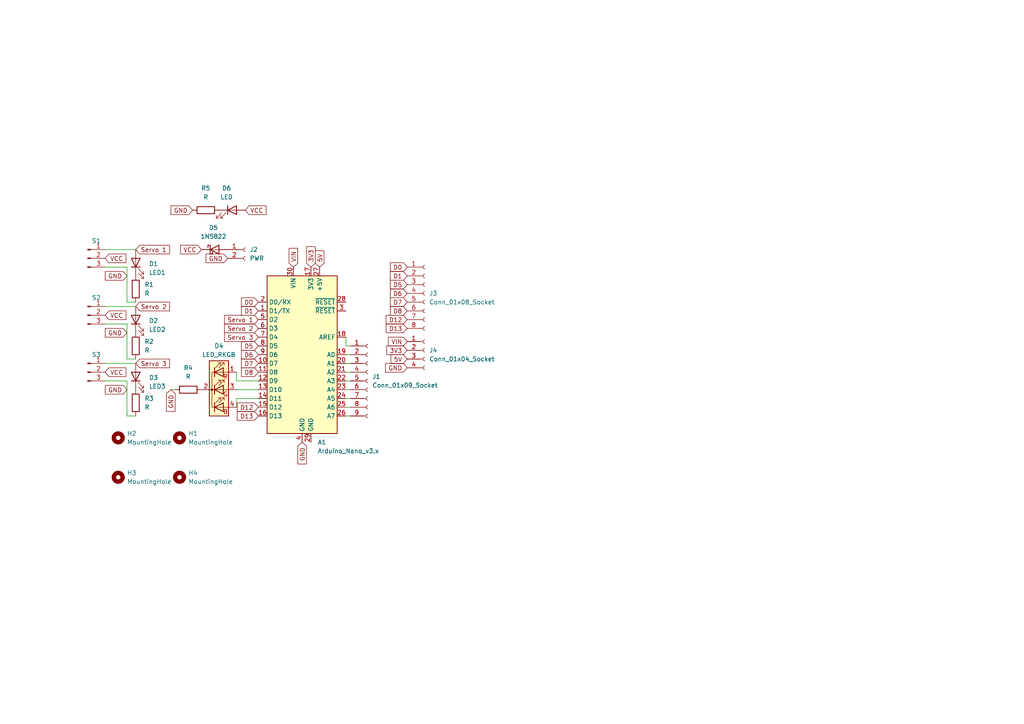
<source format=kicad_sch>
(kicad_sch (version 20230121) (generator eeschema)
  (paper "A4")
  (lib_symbols
    (symbol "Connector:Conn_01x02_Socket" (pin_names (offset 1.016) hide)
      (property "Reference" "J" (at 0 2.54 0))
      (property "Value" "Conn_01x02_Socket" (at 0 -5.08 0))
      (symbol "Conn_01x02_Socket_1_1"
        (arc (start 0 -2.032) (mid -0.5058 -2.54) (end 0 -3.048) (stroke (width 0.1524)))
        (polyline (pts (xy -1.27 -2.54) (xy -0.508 -2.54)) (stroke (width 0.1524)))
        (polyline (pts (xy -1.27 0) (xy -0.508 0)) (stroke (width 0.1524)))
        (arc (start 0 0.508) (mid -0.5058 0) (end 0 -0.508) (stroke (width 0.1524)))
        (pin passive line (at -5.08 0 0) (length 3.81) (name "Pin_1") (number "1"))
        (pin passive line (at -5.08 -2.54 0) (length 3.81) (name "Pin_2") (number "2"))
      )
    )
    (symbol "Connector:Conn_01x03_Pin" (pin_names (offset 1.016) hide)
      (property "Reference" "J" (at 0 5.08 0))
      (property "Value" "Conn_01x03_Pin" (at 0 -5.08 0))
      (symbol "Conn_01x03_Pin_1_1"
        (polyline (pts (xy 1.27 -2.54) (xy 0.8636 -2.54)) (stroke (width 0.1524)))
        (polyline (pts (xy 1.27 0) (xy 0.8636 0)) (stroke (width 0.1524)))
        (polyline (pts (xy 1.27 2.54) (xy 0.8636 2.54)) (stroke (width 0.1524)))
        (rectangle (start 0.8636 -2.413) (end 0 -2.667) (stroke (width 0.1524)) (fill (type outline)))
        (rectangle (start 0.8636 0.127) (end 0 -0.127) (stroke (width 0.1524)) (fill (type outline)))
        (rectangle (start 0.8636 2.667) (end 0 2.413) (stroke (width 0.1524)) (fill (type outline)))
        (pin passive line (at 5.08 2.54 180) (length 3.81) (name "Pin_1") (number "1"))
        (pin passive line (at 5.08 0 180) (length 3.81) (name "Pin_2") (number "2"))
        (pin passive line (at 5.08 -2.54 180) (length 3.81) (name "Pin_3") (number "3"))
      )
    )
    (symbol "Connector:Conn_01x04_Socket" (pin_names (offset 1.016) hide)
      (property "Reference" "J" (at 0 5.08 0))
      (property "Value" "Conn_01x04_Socket" (at 0 -7.62 0))
      (symbol "Conn_01x04_Socket_1_1"
        (arc (start 0 -4.572) (mid -0.5058 -5.08) (end 0 -5.588) (stroke (width 0.1524)))
        (arc (start 0 -2.032) (mid -0.5058 -2.54) (end 0 -3.048) (stroke (width 0.1524)))
        (polyline (pts (xy -1.27 -5.08) (xy -0.508 -5.08)) (stroke (width 0.1524)))
        (polyline (pts (xy -1.27 -2.54) (xy -0.508 -2.54)) (stroke (width 0.1524)))
        (polyline (pts (xy -1.27 0) (xy -0.508 0)) (stroke (width 0.1524)))
        (polyline (pts (xy -1.27 2.54) (xy -0.508 2.54)) (stroke (width 0.1524)))
        (arc (start 0 0.508) (mid -0.5058 0) (end 0 -0.508) (stroke (width 0.1524)))
        (arc (start 0 3.048) (mid -0.5058 2.54) (end 0 2.032) (stroke (width 0.1524)))
        (pin passive line (at -5.08 2.54 0) (length 3.81) (name "Pin_1") (number "1"))
        (pin passive line (at -5.08 0 0) (length 3.81) (name "Pin_2") (number "2"))
        (pin passive line (at -5.08 -2.54 0) (length 3.81) (name "Pin_3") (number "3"))
        (pin passive line (at -5.08 -5.08 0) (length 3.81) (name "Pin_4") (number "4"))
      )
    )
    (symbol "Connector:Conn_01x08_Socket" (pin_names (offset 1.016) hide)
      (property "Reference" "J" (at 0 10.16 0))
      (property "Value" "Conn_01x08_Socket" (at 0 -12.7 0))
      (symbol "Conn_01x08_Socket_1_1"
        (arc (start 0 -9.652) (mid -0.5058 -10.16) (end 0 -10.668) (stroke (width 0.1524)))
        (arc (start 0 -7.112) (mid -0.5058 -7.62) (end 0 -8.128) (stroke (width 0.1524)))
        (arc (start 0 -4.572) (mid -0.5058 -5.08) (end 0 -5.588) (stroke (width 0.1524)))
        (arc (start 0 -2.032) (mid -0.5058 -2.54) (end 0 -3.048) (stroke (width 0.1524)))
        (polyline (pts (xy -1.27 -10.16) (xy -0.508 -10.16)) (stroke (width 0.1524)))
        (polyline (pts (xy -1.27 -7.62) (xy -0.508 -7.62)) (stroke (width 0.1524)))
        (polyline (pts (xy -1.27 -5.08) (xy -0.508 -5.08)) (stroke (width 0.1524)))
        (polyline (pts (xy -1.27 -2.54) (xy -0.508 -2.54)) (stroke (width 0.1524)))
        (polyline (pts (xy -1.27 0) (xy -0.508 0)) (stroke (width 0.1524)))
        (polyline (pts (xy -1.27 2.54) (xy -0.508 2.54)) (stroke (width 0.1524)))
        (polyline (pts (xy -1.27 5.08) (xy -0.508 5.08)) (stroke (width 0.1524)))
        (polyline (pts (xy -1.27 7.62) (xy -0.508 7.62)) (stroke (width 0.1524)))
        (arc (start 0 0.508) (mid -0.5058 0) (end 0 -0.508) (stroke (width 0.1524)))
        (arc (start 0 3.048) (mid -0.5058 2.54) (end 0 2.032) (stroke (width 0.1524)))
        (arc (start 0 5.588) (mid -0.5058 5.08) (end 0 4.572) (stroke (width 0.1524)))
        (arc (start 0 8.128) (mid -0.5058 7.62) (end 0 7.112) (stroke (width 0.1524)))
        (pin passive line (at -5.08 7.62 0) (length 3.81) (name "Pin_1") (number "1"))
        (pin passive line (at -5.08 5.08 0) (length 3.81) (name "Pin_2") (number "2"))
        (pin passive line (at -5.08 2.54 0) (length 3.81) (name "Pin_3") (number "3"))
        (pin passive line (at -5.08 0 0) (length 3.81) (name "Pin_4") (number "4"))
        (pin passive line (at -5.08 -2.54 0) (length 3.81) (name "Pin_5") (number "5"))
        (pin passive line (at -5.08 -5.08 0) (length 3.81) (name "Pin_6") (number "6"))
        (pin passive line (at -5.08 -7.62 0) (length 3.81) (name "Pin_7") (number "7"))
        (pin passive line (at -5.08 -10.16 0) (length 3.81) (name "Pin_8") (number "8"))
      )
    )
    (symbol "Connector:Conn_01x09_Socket" (pin_names (offset 1.016) hide)
      (property "Reference" "J" (at 0 12.7 0))
      (property "Value" "Conn_01x09_Socket" (at 0 -12.7 0))
      (symbol "Conn_01x09_Socket_1_1"
        (arc (start 0 -9.652) (mid -0.5058 -10.16) (end 0 -10.668) (stroke (width 0.1524)))
        (arc (start 0 -7.112) (mid -0.5058 -7.62) (end 0 -8.128) (stroke (width 0.1524)))
        (arc (start 0 -4.572) (mid -0.5058 -5.08) (end 0 -5.588) (stroke (width 0.1524)))
        (arc (start 0 -2.032) (mid -0.5058 -2.54) (end 0 -3.048) (stroke (width 0.1524)))
        (polyline (pts (xy -1.27 -10.16) (xy -0.508 -10.16)) (stroke (width 0.1524)))
        (polyline (pts (xy -1.27 -7.62) (xy -0.508 -7.62)) (stroke (width 0.1524)))
        (polyline (pts (xy -1.27 -5.08) (xy -0.508 -5.08)) (stroke (width 0.1524)))
        (polyline (pts (xy -1.27 -2.54) (xy -0.508 -2.54)) (stroke (width 0.1524)))
        (polyline (pts (xy -1.27 0) (xy -0.508 0)) (stroke (width 0.1524)))
        (polyline (pts (xy -1.27 2.54) (xy -0.508 2.54)) (stroke (width 0.1524)))
        (polyline (pts (xy -1.27 5.08) (xy -0.508 5.08)) (stroke (width 0.1524)))
        (polyline (pts (xy -1.27 7.62) (xy -0.508 7.62)) (stroke (width 0.1524)))
        (polyline (pts (xy -1.27 10.16) (xy -0.508 10.16)) (stroke (width 0.1524)))
        (arc (start 0 0.508) (mid -0.5058 0) (end 0 -0.508) (stroke (width 0.1524)))
        (arc (start 0 3.048) (mid -0.5058 2.54) (end 0 2.032) (stroke (width 0.1524)))
        (arc (start 0 5.588) (mid -0.5058 5.08) (end 0 4.572) (stroke (width 0.1524)))
        (arc (start 0 8.128) (mid -0.5058 7.62) (end 0 7.112) (stroke (width 0.1524)))
        (arc (start 0 10.668) (mid -0.5058 10.16) (end 0 9.652) (stroke (width 0.1524)))
        (pin passive line (at -5.08 10.16 0) (length 3.81) (name "Pin_1") (number "1"))
        (pin passive line (at -5.08 7.62 0) (length 3.81) (name "Pin_2") (number "2"))
        (pin passive line (at -5.08 5.08 0) (length 3.81) (name "Pin_3") (number "3"))
        (pin passive line (at -5.08 2.54 0) (length 3.81) (name "Pin_4") (number "4"))
        (pin passive line (at -5.08 0 0) (length 3.81) (name "Pin_5") (number "5"))
        (pin passive line (at -5.08 -2.54 0) (length 3.81) (name "Pin_6") (number "6"))
        (pin passive line (at -5.08 -5.08 0) (length 3.81) (name "Pin_7") (number "7"))
        (pin passive line (at -5.08 -7.62 0) (length 3.81) (name "Pin_8") (number "8"))
        (pin passive line (at -5.08 -10.16 0) (length 3.81) (name "Pin_9") (number "9"))
      )
    )
    (symbol "Device:LED" (pin_numbers hide) (pin_names (offset 1.016) hide)
      (property "Reference" "D" (at 0 2.54 0))
      (property "Value" "LED" (at 0 -2.54 0))
      (symbol "LED_0_1"
        (polyline (pts (xy -1.27 -1.27) (xy -1.27 1.27)) (stroke (width 0.254)))
        (polyline (pts (xy -1.27 0) (xy 1.27 0)))
        (polyline (pts (xy 1.27 -1.27) (xy 1.27 1.27) (xy -1.27 0) (xy 1.27 -1.27)) (stroke (width 0.254)))
        (polyline (pts (xy -3.048 -0.762) (xy -4.572 -2.286) (xy -3.81 -2.286) (xy -4.572 -2.286) (xy -4.572 -1.524)))
        (polyline (pts (xy -1.778 -0.762) (xy -3.302 -2.286) (xy -2.54 -2.286) (xy -3.302 -2.286) (xy -3.302 -1.524)))
      )
      (symbol "LED_1_1"
        (pin passive line (at -3.81 0 0) (length 2.54) (name "K") (number "1"))
        (pin passive line (at 3.81 0 180) (length 2.54) (name "A") (number "2"))
      )
    )
    (symbol "Device:LED_RKGB" (pin_names (offset 0) hide)
      (property "Reference" "D" (at 0 9.398 0))
      (property "Value" "LED_RKGB" (at 0 -8.89 0))
      (symbol "LED_RKGB_0_0"
        (text "B" (at 1.905 -6.35 0) (effects (font (size 1.27 1.27))))
        (text "G" (at 1.905 -1.27 0) (effects (font (size 1.27 1.27))))
        (text "R" (at 1.905 3.81 0) (effects (font (size 1.27 1.27))))
      )
      (symbol "LED_RKGB_0_1"
        (circle (center -2.032 0) (radius 0.254) (fill (type outline)))
        (polyline (pts (xy -1.27 -5.08) (xy 1.27 -5.08)))
        (polyline (pts (xy -1.27 -3.81) (xy -1.27 -6.35)) (stroke (width 0.254)))
        (polyline (pts (xy -1.27 0) (xy -2.54 0)))
        (polyline (pts (xy -1.27 1.27) (xy -1.27 -1.27)) (stroke (width 0.254)))
        (polyline (pts (xy -1.27 5.08) (xy 1.27 5.08)))
        (polyline (pts (xy -1.27 6.35) (xy -1.27 3.81)) (stroke (width 0.254)))
        (polyline (pts (xy 1.27 -5.08) (xy 2.54 -5.08)))
        (polyline (pts (xy 1.27 0) (xy -1.27 0)))
        (polyline (pts (xy 1.27 0) (xy 2.54 0)))
        (polyline (pts (xy 1.27 5.08) (xy 2.54 5.08)))
        (polyline (pts (xy -1.27 1.27) (xy -1.27 -1.27) (xy -1.27 -1.27)))
        (polyline (pts (xy -1.27 6.35) (xy -1.27 3.81) (xy -1.27 3.81)))
        (polyline (pts (xy -1.27 5.08) (xy -2.032 5.08) (xy -2.032 -5.08) (xy -1.016 -5.08)))
        (polyline (pts (xy 1.27 -3.81) (xy 1.27 -6.35) (xy -1.27 -5.08) (xy 1.27 -3.81)) (stroke (width 0.254)))
        (polyline (pts (xy 1.27 1.27) (xy 1.27 -1.27) (xy -1.27 0) (xy 1.27 1.27)) (stroke (width 0.254)))
        (polyline (pts (xy 1.27 6.35) (xy 1.27 3.81) (xy -1.27 5.08) (xy 1.27 6.35)) (stroke (width 0.254)))
        (polyline (pts (xy -1.016 -3.81) (xy 0.508 -2.286) (xy -0.254 -2.286) (xy 0.508 -2.286) (xy 0.508 -3.048)))
        (polyline (pts (xy -1.016 1.27) (xy 0.508 2.794) (xy -0.254 2.794) (xy 0.508 2.794) (xy 0.508 2.032)))
        (polyline (pts (xy -1.016 6.35) (xy 0.508 7.874) (xy -0.254 7.874) (xy 0.508 7.874) (xy 0.508 7.112)))
        (polyline (pts (xy 0 -3.81) (xy 1.524 -2.286) (xy 0.762 -2.286) (xy 1.524 -2.286) (xy 1.524 -3.048)))
        (polyline (pts (xy 0 1.27) (xy 1.524 2.794) (xy 0.762 2.794) (xy 1.524 2.794) (xy 1.524 2.032)))
        (polyline (pts (xy 0 6.35) (xy 1.524 7.874) (xy 0.762 7.874) (xy 1.524 7.874) (xy 1.524 7.112)))
        (rectangle (start 1.27 -1.27) (end 1.27 1.27))
        (rectangle (start 1.27 1.27) (end 1.27 1.27))
        (rectangle (start 1.27 3.81) (end 1.27 6.35))
        (rectangle (start 1.27 6.35) (end 1.27 6.35))
        (rectangle (start 2.794 8.382) (end -2.794 -7.62) (stroke (width 0.254)) (fill (type background)))
      )
      (symbol "LED_RKGB_1_1"
        (pin passive line (at 5.08 5.08 180) (length 2.54) (name "RA") (number "1"))
        (pin passive line (at -5.08 0 0) (length 2.54) (name "K") (number "2"))
        (pin passive line (at 5.08 0 180) (length 2.54) (name "GA") (number "3"))
        (pin passive line (at 5.08 -5.08 180) (length 2.54) (name "BA") (number "4"))
      )
    )
    (symbol "Device:R" (pin_numbers hide) (pin_names (offset 0))
      (property "Reference" "R" (at 2.032 0 90))
      (property "Value" "R" (at 0 0 90))
      (symbol "R_0_1"
        (rectangle (start -1.016 -2.54) (end 1.016 2.54) (stroke (width 0.254)))
      )
      (symbol "R_1_1"
        (pin passive line (at 0 3.81 270) (length 1.27) (name "~") (number "1"))
        (pin passive line (at 0 -3.81 90) (length 1.27) (name "~") (number "2"))
      )
    )
    (symbol "Diode:1N5822" (pin_numbers hide) (pin_names (offset 1.016) hide)
      (property "Reference" "D" (at 0 2.54 0))
      (property "Value" "1N5822" (at 0 -2.54 0))
      (symbol "1N5822_0_1"
        (polyline (pts (xy 1.27 0) (xy -1.27 0)))
        (polyline (pts (xy 1.27 1.27) (xy 1.27 -1.27) (xy -1.27 0) (xy 1.27 1.27)) (stroke (width 0.254)))
        (polyline (pts (xy -1.905 0.635) (xy -1.905 1.27) (xy -1.27 1.27) (xy -1.27 -1.27) (xy -0.635 -1.27) (xy -0.635 -0.635)) (stroke (width 0.254)))
      )
      (symbol "1N5822_1_1"
        (pin passive line (at -3.81 0 0) (length 2.54) (name "K") (number "1"))
        (pin passive line (at 3.81 0 180) (length 2.54) (name "A") (number "2"))
      )
    )
    (symbol "MCU_Module:Arduino_Nano_v3.x"
      (property "Reference" "A" (at -10.16 23.495 0))
      (property "Value" "Arduino_Nano_v3.x" (at 5.08 -24.13 0))
      (symbol "Arduino_Nano_v3.x_0_1"
        (rectangle (start -10.16 22.86) (end 10.16 -22.86) (stroke (width 0.254)) (fill (type background)))
      )
      (symbol "Arduino_Nano_v3.x_1_1"
        (pin bidirectional line (at -12.7 12.7 0) (length 2.54) (name "D1/TX") (number "1"))
        (pin bidirectional line (at -12.7 -2.54 0) (length 2.54) (name "D7") (number "10"))
        (pin bidirectional line (at -12.7 -5.08 0) (length 2.54) (name "D8") (number "11"))
        (pin bidirectional line (at -12.7 -7.62 0) (length 2.54) (name "D9") (number "12"))
        (pin bidirectional line (at -12.7 -10.16 0) (length 2.54) (name "D10") (number "13"))
        (pin bidirectional line (at -12.7 -12.7 0) (length 2.54) (name "D11") (number "14"))
        (pin bidirectional line (at -12.7 -15.24 0) (length 2.54) (name "D12") (number "15"))
        (pin bidirectional line (at -12.7 -17.78 0) (length 2.54) (name "D13") (number "16"))
        (pin power_out line (at 2.54 25.4 270) (length 2.54) (name "3V3") (number "17"))
        (pin input line (at 12.7 5.08 180) (length 2.54) (name "AREF") (number "18"))
        (pin bidirectional line (at 12.7 0 180) (length 2.54) (name "A0") (number "19"))
        (pin bidirectional line (at -12.7 15.24 0) (length 2.54) (name "D0/RX") (number "2"))
        (pin bidirectional line (at 12.7 -2.54 180) (length 2.54) (name "A1") (number "20"))
        (pin bidirectional line (at 12.7 -5.08 180) (length 2.54) (name "A2") (number "21"))
        (pin bidirectional line (at 12.7 -7.62 180) (length 2.54) (name "A3") (number "22"))
        (pin bidirectional line (at 12.7 -10.16 180) (length 2.54) (name "A4") (number "23"))
        (pin bidirectional line (at 12.7 -12.7 180) (length 2.54) (name "A5") (number "24"))
        (pin bidirectional line (at 12.7 -15.24 180) (length 2.54) (name "A6") (number "25"))
        (pin bidirectional line (at 12.7 -17.78 180) (length 2.54) (name "A7") (number "26"))
        (pin power_out line (at 5.08 25.4 270) (length 2.54) (name "+5V") (number "27"))
        (pin input line (at 12.7 15.24 180) (length 2.54) (name "~{RESET}") (number "28"))
        (pin power_in line (at 2.54 -25.4 90) (length 2.54) (name "GND") (number "29"))
        (pin input line (at 12.7 12.7 180) (length 2.54) (name "~{RESET}") (number "3"))
        (pin power_in line (at -2.54 25.4 270) (length 2.54) (name "VIN") (number "30"))
        (pin power_in line (at 0 -25.4 90) (length 2.54) (name "GND") (number "4"))
        (pin bidirectional line (at -12.7 10.16 0) (length 2.54) (name "D2") (number "5"))
        (pin bidirectional line (at -12.7 7.62 0) (length 2.54) (name "D3") (number "6"))
        (pin bidirectional line (at -12.7 5.08 0) (length 2.54) (name "D4") (number "7"))
        (pin bidirectional line (at -12.7 2.54 0) (length 2.54) (name "D5") (number "8"))
        (pin bidirectional line (at -12.7 0 0) (length 2.54) (name "D6") (number "9"))
      )
    )
    (symbol "Mechanical:MountingHole" (pin_names (offset 1.016))
      (property "Reference" "H" (at 0 5.08 0))
      (property "Value" "MountingHole" (at 0 3.175 0))
      (symbol "MountingHole_0_1"
        (circle (center 0 0) (radius 1.27) (stroke (width 1.27)))
      )
    )
  )
  (wire (pts (xy 36.83 104.14) (xy 39.37 104.14)))
  (wire (pts (xy 30.48 105.41) (xy 39.37 105.41)))
  (wire (pts (xy 68.58 110.49) (xy 68.58 107.95)))
  (wire (pts (xy 36.83 120.65) (xy 39.37 120.65)))
  (wire (pts (xy 36.83 87.63) (xy 39.37 87.63)))
  (wire (pts (xy 100.33 120.65) (xy 101.6 120.65)))
  (wire (pts (xy 100.33 118.11) (xy 101.6 118.11)))
  (wire (pts (xy 100.33 107.95) (xy 101.6 107.95)))
  (wire (pts (xy 74.93 110.49) (xy 68.58 110.49)))
  (wire (pts (xy 30.48 93.98) (xy 36.83 93.98)))
  (wire (pts (xy 74.93 115.57) (xy 68.58 115.57)))
  (wire (pts (xy 100.33 97.79) (xy 100.33 100.33)))
  (wire (pts (xy 100.33 115.57) (xy 101.6 115.57)))
  (wire (pts (xy 30.48 88.9) (xy 39.37 88.9)))
  (wire (pts (xy 30.48 110.49) (xy 36.83 110.49)))
  (wire (pts (xy 36.83 93.98) (xy 36.83 104.14)))
  (wire (pts (xy 30.48 72.39) (xy 39.37 72.39)))
  (wire (pts (xy 30.48 77.47) (xy 36.83 77.47)))
  (wire (pts (xy 100.33 110.49) (xy 101.6 110.49)))
  (wire (pts (xy 68.58 118.11) (xy 68.58 115.57)))
  (wire (pts (xy 100.33 100.33) (xy 101.6 100.33)))
  (wire (pts (xy 68.58 113.03) (xy 74.93 113.03)))
  (wire (pts (xy 49.53 113.03) (xy 50.8 113.03)))
  (wire (pts (xy 100.33 113.03) (xy 101.6 113.03)))
  (wire (pts (xy 36.83 77.47) (xy 36.83 87.63)))
  (wire (pts (xy 100.33 105.41) (xy 101.6 105.41)))
  (wire (pts (xy 36.83 110.49) (xy 36.83 120.65)))
  (wire (pts (xy 100.33 102.87) (xy 101.6 102.87)))
  (global_label "VIN" (shape input) (at 118.11 99.06 180) (property "Intersheetrefs" "${INTERSHEET_REFS}" (effects hide)))
  (global_label "D7" (shape input) (at 74.93 105.41 180) (property "Intersheetrefs" "${INTERSHEET_REFS}" (effects hide)))
  (global_label "GND" (shape input) (at 66.04 74.93 180) (property "Intersheetrefs" "${INTERSHEET_REFS}" (effects hide)))
  (global_label "VCC" (shape input) (at 30.48 74.93 0) (property "Intersheetrefs" "${INTERSHEET_REFS}" (effects hide)))
  (global_label "D1" (shape input) (at 118.11 80.01 180) (property "Intersheetrefs" "${INTERSHEET_REFS}" (effects hide)))
  (global_label "GND" (shape input) (at 118.11 106.68 180) (property "Intersheetrefs" "${INTERSHEET_REFS}" (effects hide)))
  (global_label "D5" (shape input) (at 118.11 82.55 180) (property "Intersheetrefs" "${INTERSHEET_REFS}" (effects hide)))
  (global_label "GND" (shape input) (at 36.83 96.52 180) (property "Intersheetrefs" "${INTERSHEET_REFS}" (effects hide)))
  (global_label "D8" (shape input) (at 74.93 107.95 180) (property "Intersheetrefs" "${INTERSHEET_REFS}" (effects hide)))
  (global_label "VIN" (shape input) (at 85.09 77.47 90) (property "Intersheetrefs" "${INTERSHEET_REFS}" (effects hide)))
  (global_label "D1" (shape input) (at 74.93 90.17 180) (property "Intersheetrefs" "${INTERSHEET_REFS}" (effects hide)))
  (global_label "GND" (shape input) (at 55.88 60.96 180) (property "Intersheetrefs" "${INTERSHEET_REFS}" (effects hide)))
  (global_label "VCC" (shape input) (at 30.48 91.44 0) (property "Intersheetrefs" "${INTERSHEET_REFS}" (effects hide)))
  (global_label "D12" (shape input) (at 118.11 92.71 180) (property "Intersheetrefs" "${INTERSHEET_REFS}" (effects hide)))
  (global_label "D8" (shape input) (at 118.11 90.17 180) (property "Intersheetrefs" "${INTERSHEET_REFS}" (effects hide)))
  (global_label "D13" (shape input) (at 118.11 95.25 180) (property "Intersheetrefs" "${INTERSHEET_REFS}" (effects hide)))
  (global_label "VCC" (shape input) (at 58.42 72.39 180) (property "Intersheetrefs" "${INTERSHEET_REFS}" (effects hide)))
  (global_label "D5" (shape input) (at 74.93 100.33 180) (property "Intersheetrefs" "${INTERSHEET_REFS}" (effects hide)))
  (global_label "Servo 2" (shape input) (at 74.93 95.25 180) (property "Intersheetrefs" "${INTERSHEET_REFS}" (effects hide)))
  (global_label "Servo 3" (shape input) (at 39.37 105.41 0) (property "Intersheetrefs" "${INTERSHEET_REFS}" (effects hide)))
  (global_label "Servo 2" (shape input) (at 39.37 88.9 0) (property "Intersheetrefs" "${INTERSHEET_REFS}" (effects hide)))
  (global_label "VCC" (shape input) (at 71.12 60.96 0) (property "Intersheetrefs" "${INTERSHEET_REFS}" (effects hide)))
  (global_label "D6" (shape input) (at 74.93 102.87 180) (property "Intersheetrefs" "${INTERSHEET_REFS}" (effects hide)))
  (global_label "VCC" (shape input) (at 30.48 107.95 0) (property "Intersheetrefs" "${INTERSHEET_REFS}" (effects hide)))
  (global_label "D13" (shape input) (at 74.93 120.65 180) (property "Intersheetrefs" "${INTERSHEET_REFS}" (effects hide)))
  (global_label "GND" (shape input) (at 87.63 128.27 270) (property "Intersheetrefs" "${INTERSHEET_REFS}" (effects hide)))
  (global_label "Servo 1" (shape input) (at 39.37 72.39 0) (property "Intersheetrefs" "${INTERSHEET_REFS}" (effects hide)))
  (global_label "5V" (shape input) (at 92.71 77.47 90) (property "Intersheetrefs" "${INTERSHEET_REFS}" (effects hide)))
  (global_label "D12" (shape input) (at 74.93 118.11 180) (property "Intersheetrefs" "${INTERSHEET_REFS}" (effects hide)))
  (global_label "3V3" (shape input) (at 118.11 101.6 180) (property "Intersheetrefs" "${INTERSHEET_REFS}" (effects hide)))
  (global_label "GND" (shape input) (at 36.83 80.01 180) (property "Intersheetrefs" "${INTERSHEET_REFS}" (effects hide)))
  (global_label "D6" (shape input) (at 118.11 85.09 180) (property "Intersheetrefs" "${INTERSHEET_REFS}" (effects hide)))
  (global_label "Servo 1" (shape input) (at 74.93 92.71 180) (property "Intersheetrefs" "${INTERSHEET_REFS}" (effects hide)))
  (global_label "Servo 3" (shape input) (at 74.93 97.79 180) (property "Intersheetrefs" "${INTERSHEET_REFS}" (effects hide)))
  (global_label "D0" (shape input) (at 74.93 87.63 180) (property "Intersheetrefs" "${INTERSHEET_REFS}" (effects hide)))
  (global_label "3V3" (shape input) (at 90.17 77.47 90) (property "Intersheetrefs" "${INTERSHEET_REFS}" (effects hide)))
  (global_label "5V" (shape input) (at 118.11 104.14 180) (property "Intersheetrefs" "${INTERSHEET_REFS}" (effects hide)))
  (global_label "D0" (shape input) (at 118.11 77.47 180) (property "Intersheetrefs" "${INTERSHEET_REFS}" (effects hide)))
  (global_label "GND" (shape input) (at 36.83 113.03 180) (property "Intersheetrefs" "${INTERSHEET_REFS}" (effects hide)))
  (global_label "GND" (shape input) (at 49.53 113.03 270) (property "Intersheetrefs" "${INTERSHEET_REFS}" (effects hide)))
  (global_label "D7" (shape input) (at 118.11 87.63 180) (property "Intersheetrefs" "${INTERSHEET_REFS}" (effects hide)))
  (symbol (lib_id "Device:R") (at 54.61 113.03 90) (unit 1)
    (property "Reference" "R4" (at 54.61 106.68 90))
    (property "Value" "R" (at 54.61 109.22 90))
    (property "Footprint" "Resistor_THT:R_Axial_DIN0207_L6.3mm_D2.5mm_P10.16mm_Horizontal" (effects hide))
  )
  (symbol (lib_id "Mechanical:MountingHole") (at 52.07 138.43 0) (unit 1)
    (property "Reference" "H4" (at 54.61 137.16 0) (effects (justify left)))
    (property "Value" "MountingHole" (at 54.61 139.7 0) (effects (justify left)))
    (property "Footprint" "MountingHole:MountingHole_2.2mm_M2_DIN965_Pad" (effects hide))
  )
  (symbol (lib_id "Device:LED") (at 67.31 60.96 0) (unit 1)
    (property "Reference" "D6" (at 65.7225 54.61 0))
    (property "Value" "LED" (at 65.7225 57.15 0))
    (property "Footprint" "LED_THT:LED_D5.0mm" (effects hide))
  )
  (symbol (lib_id "Device:R") (at 39.37 100.33 0) (unit 1)
    (property "Reference" "R2" (at 41.91 99.06 0) (effects (justify left)))
    (property "Value" "R" (at 41.91 101.6 0) (effects (justify left)))
    (property "Footprint" "Resistor_THT:R_Axial_DIN0207_L6.3mm_D2.5mm_P10.16mm_Horizontal" (effects hide))
  )
  (symbol (lib_id "Connector:Conn_01x03_Pin") (at 25.4 74.93 0) (unit 1)
    (property "Reference" "S1" (at 27.94 69.85 0))
    (property "Value" "Conn_01x03_Pin" (effects hide))
    (property "Footprint" "Connector_PinHeader_2.54mm:PinHeader_1x03_P2.54mm_Vertical" (effects hide))
  )
  (symbol (lib_id "Device:LED") (at 39.37 76.2 90) (unit 1)
    (property "Reference" "D1" (at 43.18 76.5175 90) (effects (justify right)))
    (property "Value" "LED1" (at 43.18 79.0575 90) (effects (justify right)))
    (property "Footprint" "LED_THT:LED_D5.0mm" (effects hide))
  )
  (symbol (lib_id "Device:R") (at 39.37 116.84 0) (unit 1)
    (property "Reference" "R3" (at 41.91 115.57 0) (effects (justify left)))
    (property "Value" "R" (at 41.91 118.11 0) (effects (justify left)))
    (property "Footprint" "Resistor_THT:R_Axial_DIN0207_L6.3mm_D2.5mm_P10.16mm_Horizontal" (effects hide))
  )
  (symbol (lib_id "Mechanical:MountingHole") (at 34.29 127 0) (unit 1)
    (property "Reference" "H2" (at 36.83 125.73 0) (effects (justify left)))
    (property "Value" "MountingHole" (at 36.83 128.27 0) (effects (justify left)))
    (property "Footprint" "MountingHole:MountingHole_2.2mm_M2_DIN965_Pad" (effects hide))
  )
  (symbol (lib_id "Device:LED") (at 39.37 109.22 90) (unit 1)
    (property "Reference" "D3" (at 43.18 109.5375 90) (effects (justify right)))
    (property "Value" "LED3" (at 43.18 112.0775 90) (effects (justify right)))
    (property "Footprint" "LED_THT:LED_D5.0mm" (effects hide))
  )
  (symbol (lib_id "Connector:Conn_01x03_Pin") (at 25.4 107.95 0) (unit 1)
    (property "Reference" "S3" (at 27.94 102.87 0))
    (property "Value" "Conn_01x03_Pin" (effects hide))
    (property "Footprint" "Connector_PinHeader_2.54mm:PinHeader_1x03_P2.54mm_Vertical" (effects hide))
  )
  (symbol (lib_id "Connector:Conn_01x08_Socket") (at 123.19 85.09 0) (unit 1)
    (property "Reference" "J3" (at 124.46 85.09 0) (effects (justify left)))
    (property "Value" "Conn_01x08_Socket" (at 124.46 87.63 0) (effects (justify left)))
    (property "Footprint" "Connector_PinSocket_2.54mm:PinSocket_1x08_P2.54mm_Vertical" (effects hide))
  )
  (symbol (lib_id "Diode:1N5822") (at 62.23 72.39 0) (unit 1)
    (property "Reference" "D5" (at 61.9125 66.04 0))
    (property "Value" "1N5822" (at 61.9125 68.58 0))
    (property "Footprint" "Diode_THT:D_DO-201AD_P15.24mm_Horizontal" (effects hide))
    (property "Datasheet" "http://www.vishay.com/docs/88526/1n5820.pdf" (effects hide))
  )
  (symbol (lib_id "Connector:Conn_01x09_Socket") (at 106.68 110.49 0) (unit 1)
    (property "Reference" "J1" (at 107.95 109.22 0) (effects (justify left)))
    (property "Value" "Conn_01x09_Socket" (at 107.95 111.76 0) (effects (justify left)))
    (property "Footprint" "Connector_PinSocket_2.54mm:PinSocket_1x09_P2.54mm_Vertical" (effects hide))
  )
  (symbol (lib_id "Connector:Conn_01x03_Pin") (at 25.4 91.44 0) (unit 1)
    (property "Reference" "S2" (at 27.94 86.36 0))
    (property "Value" "Conn_01x03_Pin" (effects hide))
    (property "Footprint" "Connector_PinHeader_2.54mm:PinHeader_1x03_P2.54mm_Vertical" (effects hide))
  )
  (symbol (lib_id "Device:LED") (at 39.37 92.71 90) (unit 1)
    (property "Reference" "D2" (at 43.18 93.0275 90) (effects (justify right)))
    (property "Value" "LED2" (at 43.18 95.5675 90) (effects (justify right)))
    (property "Footprint" "LED_THT:LED_D5.0mm" (effects hide))
  )
  (symbol (lib_id "Device:R") (at 59.69 60.96 90) (unit 1)
    (property "Reference" "R5" (at 59.69 54.61 90))
    (property "Value" "R" (at 59.69 57.15 90))
    (property "Footprint" "Resistor_THT:R_Axial_DIN0207_L6.3mm_D2.5mm_P10.16mm_Horizontal" (effects hide))
  )
  (symbol (lib_id "Connector:Conn_01x04_Socket") (at 123.19 101.6 0) (unit 1)
    (property "Reference" "J4" (at 124.46 101.6 0) (effects (justify left)))
    (property "Value" "Conn_01x04_Socket" (at 124.46 104.14 0) (effects (justify left)))
    (property "Footprint" "Connector_PinSocket_2.54mm:PinSocket_1x04_P2.54mm_Vertical" (effects hide))
  )
  (symbol (lib_id "MCU_Module:Arduino_Nano_v3.x") (at 87.63 102.87 0) (unit 1)
    (property "Reference" "A1" (at 92.1259 128.27 0) (effects (justify left)))
    (property "Value" "Arduino_Nano_v3.x" (at 92.1259 130.81 0) (effects (justify left)))
    (property "Footprint" "Module:Arduino_Nano" (effects hide))
    (property "Datasheet" "http://www.mouser.com/pdfdocs/Gravitech_Arduino_Nano3_0.pdf" (effects hide))
  )
  (symbol (lib_id "Mechanical:MountingHole") (at 34.29 138.43 0) (unit 1)
    (property "Reference" "H3" (at 36.83 137.16 0) (effects (justify left)))
    (property "Value" "MountingHole" (at 36.83 139.7 0) (effects (justify left)))
    (property "Footprint" "MountingHole:MountingHole_2.2mm_M2_DIN965_Pad" (effects hide))
  )
  (symbol (lib_id "Device:LED_RKGB") (at 63.5 113.03 0) (unit 1)
    (property "Reference" "D4" (at 63.5 100.33 0))
    (property "Value" "LED_RKGB" (at 63.5 102.87 0))
    (property "Footprint" "LED_THT:LED_D5.0mm-4_RGB" (effects hide))
  )
  (symbol (lib_id "Mechanical:MountingHole") (at 52.07 127 0) (unit 1)
    (property "Reference" "H1" (at 54.61 125.73 0) (effects (justify left)))
    (property "Value" "MountingHole" (at 54.61 128.27 0) (effects (justify left)))
    (property "Footprint" "MountingHole:MountingHole_2.2mm_M2_DIN965_Pad" (effects hide))
  )
  (symbol (lib_id "Connector:Conn_01x02_Socket") (at 71.12 72.39 0) (unit 1)
    (property "Reference" "J2" (at 72.39 72.39 0) (effects (justify left)))
    (property "Value" "PWR" (at 72.39 74.93 0) (effects (justify left)))
    (property "Footprint" "Connector_PinSocket_2.54mm:PinSocket_1x02_P2.54mm_Vertical" (effects hide))
  )
  (symbol (lib_id "Device:R") (at 39.37 83.82 0) (unit 1)
    (property "Reference" "R1" (at 41.91 82.55 0) (effects (justify left)))
    (property "Value" "R" (at 41.91 85.09 0) (effects (justify left)))
    (property "Footprint" "Resistor_THT:R_Axial_DIN0207_L6.3mm_D2.5mm_P10.16mm_Horizontal" (effects hide))
  )
)
</source>
